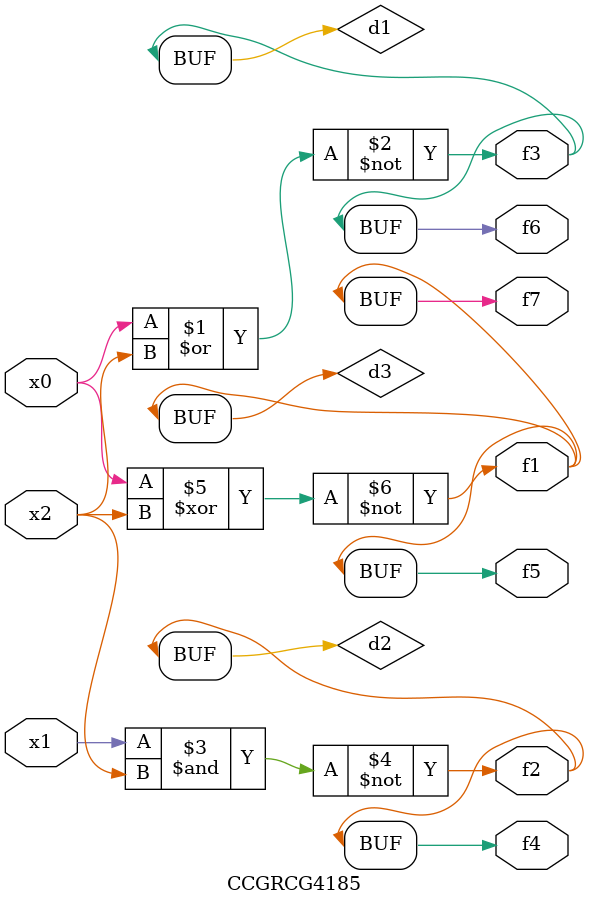
<source format=v>
module CCGRCG4185(
	input x0, x1, x2,
	output f1, f2, f3, f4, f5, f6, f7
);

	wire d1, d2, d3;

	nor (d1, x0, x2);
	nand (d2, x1, x2);
	xnor (d3, x0, x2);
	assign f1 = d3;
	assign f2 = d2;
	assign f3 = d1;
	assign f4 = d2;
	assign f5 = d3;
	assign f6 = d1;
	assign f7 = d3;
endmodule

</source>
